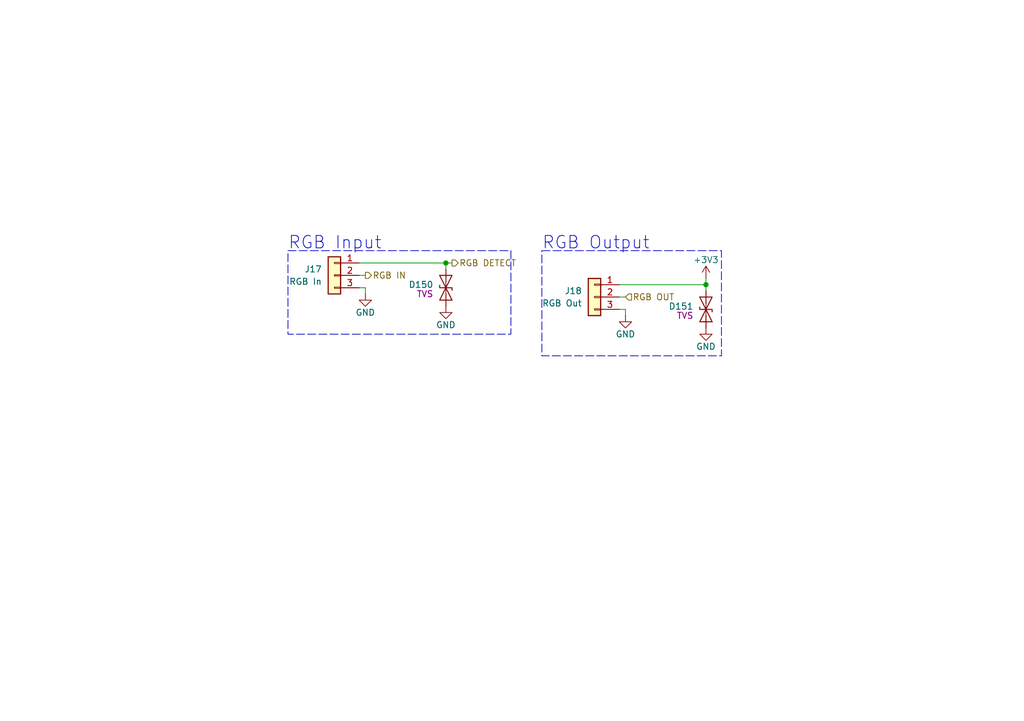
<source format=kicad_sch>
(kicad_sch (version 20250114) (generator "eeschema") (generator_version "9.0")
  (paper "A5")
  (lib_symbols
    (symbol "Connector_Generic:Conn_01x03" (pin_names (offset 1.016) (hide yes))
      (property "Reference" "J" (at 0 5.08 0))
      (property "Value" "Conn_01x03" (at 0 -5.08 0))
      (symbol "Conn_01x03_1_1"
        (rectangle (start -1.27 3.81) (end 1.27 -3.81) (stroke (width 0.254)) (fill (type background)))
        (rectangle (start -1.27 2.667) (end 0 2.413) (stroke (width 0.1524)))
        (rectangle (start -1.27 0.127) (end 0 -0.127) (stroke (width 0.1524)))
        (rectangle (start -1.27 -2.413) (end 0 -2.667) (stroke (width 0.1524)))
        (pin passive line (at -5.08 2.54 0) (length 3.81) (name "Pin_1") (number "1"))
        (pin passive line (at -5.08 0 0) (length 3.81) (name "Pin_2") (number "2"))
        (pin passive line (at -5.08 -2.54 0) (length 3.81) (name "Pin_3") (number "3"))
      )
    )
    (symbol "Diode:SMAJ5.0CA" (pin_numbers (hide yes)) (pin_names (offset 1.016) (hide yes))
      (property "Reference" "D" (at 0 2.54 0))
      (property "Value" "SMAJ5.0CA" (at 0 -2.54 0))
      (symbol "SMAJ5.0CA_0_1"
        (polyline (pts (xy -2.54 -1.27) (xy 0 0) (xy -2.54 1.27) (xy -2.54 -1.27)) (stroke (width 0.2032)))
        (polyline (pts (xy 0.508 1.27) (xy 0 1.27) (xy 0 -1.27) (xy -0.508 -1.27)) (stroke (width 0.2032)))
        (polyline (pts (xy 1.27 0) (xy -1.27 0)))
        (polyline (pts (xy 2.54 1.27) (xy 2.54 -1.27) (xy 0 0) (xy 2.54 1.27)) (stroke (width 0.2032)))
      )
      (symbol "SMAJ5.0CA_1_1"
        (pin passive line (at -3.81 0 0) (length 2.54) (name "A1") (number "1"))
        (pin passive line (at 3.81 0 180) (length 2.54) (name "A2") (number "2"))
      )
    )
    (symbol "power:+3V3" (power) (pin_numbers (hide yes)) (pin_names (offset 0) (hide yes))
      (property "Value" "+3V3" (at 0 3.556 0))
      (symbol "+3V3_0_1"
        (polyline (pts (xy -0.762 1.27) (xy 0 2.54)))
        (polyline (pts (xy 0 2.54) (xy 0.762 1.27)))
        (polyline (pts (xy 0 0) (xy 0 2.54)))
      )
      (symbol "+3V3_1_1"
        (pin power_in line (at 0 0 90) (length 0) (name "~") (number "1"))
      )
    )
    (symbol "power:GND" (power) (pin_numbers (hide yes)) (pin_names (offset 0) (hide yes))
      (property "Value" "GND" (at 0 -3.81 0))
      (symbol "GND_0_1"
        (polyline (pts (xy 0 0) (xy 0 -1.27) (xy 1.27 -1.27) (xy 0 -2.54) (xy -1.27 -1.27) (xy 0 -1.27)))
      )
      (symbol "GND_1_1"
        (pin power_in line (at 0 0 270) (length 0) (name "~") (number "1"))
      )
    )
  )
  (rectangle (start 59.055 51.435) (end 104.775 68.58) (stroke (width 0) (type dash)))
  (rectangle (start 111.125 51.435) (end 147.955 73.025) (stroke (width 0) (type dash)))
  (text "RGB Output" (at 111.125 51.435 0) (effects (font (size 2.54 2.54)) (justify left bottom)))
  (text "RGB Input" (at 59.055 51.435 0) (effects (font (size 2.54 2.54)) (justify left bottom)))
  (junction (at 91.44 53.975))
  (junction (at 144.78 58.42))
  (wire (pts (xy 74.93 59.055) (xy 74.93 60.325)))
  (wire (pts (xy 144.78 58.42) (xy 127 58.42)))
  (wire (pts (xy 144.78 57.15) (xy 144.78 58.42)))
  (wire (pts (xy 91.44 53.975) (xy 73.66 53.975)))
  (wire (pts (xy 92.71 53.975) (xy 91.44 53.975)))
  (wire (pts (xy 128.27 60.96) (xy 127 60.96)))
  (wire (pts (xy 128.27 63.5) (xy 128.27 64.77)))
  (wire (pts (xy 73.66 59.055) (xy 74.93 59.055)))
  (wire (pts (xy 127 63.5) (xy 128.27 63.5)))
  (wire (pts (xy 91.44 53.975) (xy 91.44 55.245)))
  (wire (pts (xy 144.78 58.42) (xy 144.78 59.69)))
  (wire (pts (xy 74.93 56.515) (xy 73.66 56.515)))
  (hierarchical_label "RGB IN" (shape output) (at 74.93 56.515 0))
  (hierarchical_label "RGB OUT" (shape input) (at 128.27 60.96 0))
  (hierarchical_label "RGB DETECT" (shape output) (at 92.71 53.975 0))
  (symbol (lib_id "Diode:SMAJ5.0CA") (at 91.44 59.055 90) (unit 1)
    (property "Reference" "D146" (at 88.9 58.42 90) (effects (justify left)))
    (property "Value" "LESD5D5.0CT1G" (effects (hide yes)))
    (property "Footprint" "Diode_SMD:D_SOD-523" (effects (hide yes)))
    (property "Description" "TVS" (at 88.9 60.325 90) (effects (justify left)))
    (instances (project "Schematics and PCB" (path "" (reference "D150") (unit 1)) (path "" (reference "D148") (unit 1)) (path "" (reference "D146") (unit 1))))
  )
  (symbol (lib_id "power:GND") (at 74.93 60.325 0) (unit 1)
    (property "Reference" "#PWR0718" (effects (hide yes)))
    (property "Value" "GND" (at 74.93 64.135 0))
    (property "Description" "Power symbol creates a global label with name \"GND\" , ground" (effects (hide yes)))
    (instances (project "Schematics and PCB" (path "" (reference "#PWR0728") (unit 1)) (path "" (reference "#PWR0723") (unit 1)) (path "" (reference "#PWR0718") (unit 1))))
  )
  (symbol (lib_id "power:GND") (at 144.78 67.31 0) (unit 1)
    (property "Reference" "#PWR0721" (effects (hide yes)))
    (property "Value" "GND" (at 144.78 71.12 0))
    (property "Description" "Power symbol creates a global label with name \"GND\" , ground" (effects (hide yes)))
    (instances (project "Schematics and PCB" (path "" (reference "#PWR0731") (unit 1)) (path "" (reference "#PWR0726") (unit 1)) (path "" (reference "#PWR0721") (unit 1))))
  )
  (symbol (lib_id "power:GND") (at 128.27 64.77 0) (unit 1)
    (property "Reference" "#PWR0720" (effects (hide yes)))
    (property "Value" "GND" (at 128.27 68.58 0))
    (property "Description" "Power symbol creates a global label with name \"GND\" , ground" (effects (hide yes)))
    (instances (project "Schematics and PCB" (path "" (reference "#PWR0730") (unit 1)) (path "" (reference "#PWR0725") (unit 1)) (path "" (reference "#PWR0720") (unit 1))))
  )
  (symbol (lib_id "Diode:SMAJ5.0CA") (at 144.78 63.5 90) (unit 1)
    (property "Reference" "D147" (at 142.24 62.865 90) (effects (justify left)))
    (property "Value" "LESD5D5.0CT1G" (effects (hide yes)))
    (property "Footprint" "Diode_SMD:D_SOD-523" (effects (hide yes)))
    (property "Description" "TVS" (at 142.24 64.77 90) (effects (justify left)))
    (instances (project "Schematics and PCB" (path "" (reference "D151") (unit 1)) (path "" (reference "D149") (unit 1)) (path "" (reference "D147") (unit 1))))
  )
  (symbol (lib_id "power:GND") (at 91.44 62.865 0) (unit 1)
    (property "Reference" "#PWR0719" (effects (hide yes)))
    (property "Value" "GND" (at 91.44 66.675 0))
    (property "Description" "Power symbol creates a global label with name \"GND\" , ground" (effects (hide yes)))
    (instances (project "Schematics and PCB" (path "" (reference "#PWR0729") (unit 1)) (path "" (reference "#PWR0724") (unit 1)) (path "" (reference "#PWR0719") (unit 1))))
  )
  (symbol (lib_id "power:+3V3") (at 144.78 57.15 0) (unit 1)
    (property "Reference" "#PWR0717" (effects (hide yes)))
    (property "Value" "+3V3" (at 144.78 53.34 0))
    (property "Description" "Power symbol creates a global label with name \"+3V3\"" (effects (hide yes)))
    (instances (project "Schematics and PCB" (path "" (reference "#PWR0727") (unit 1)) (path "" (reference "#PWR0722") (unit 1)) (path "" (reference "#PWR0717") (unit 1))))
  )
  (symbol (lib_id "Connector_Generic:Conn_01x03") (at 68.58 56.515 0) (mirror y) (unit 1)
    (property "Reference" "J13" (at 66.04 55.245 0) (effects (justify left)))
    (property "Value" "RGB In" (at 66.04 57.785 0) (effects (justify left)))
    (property "Footprint" "Connector_PinHeader_2.54mm:PinHeader_1x03_P2.54mm_Vertical" (effects (hide yes)))
    (property "Description" "Generic connector, single row, 01x03, script generated (kicad-library-utils/schlib/autogen/connector/)" (effects (hide yes)))
    (instances (project "Schematics and PCB" (path "" (reference "J17") (unit 1)) (path "" (reference "J15") (unit 1)) (path "" (reference "J13") (unit 1))))
  )
  (symbol (lib_id "Connector_Generic:Conn_01x03") (at 121.92 60.96 0) (mirror y) (unit 1)
    (property "Reference" "J14" (at 119.38 59.69 0) (effects (justify left)))
    (property "Value" "RGB Out" (at 119.38 62.23 0) (effects (justify left)))
    (property "Footprint" "Connector_PinHeader_2.54mm:PinHeader_1x03_P2.54mm_Vertical" (effects (hide yes)))
    (property "Description" "Generic connector, single row, 01x03, script generated (kicad-library-utils/schlib/autogen/connector/)" (effects (hide yes)))
    (instances (project "Schematics and PCB" (path "" (reference "J18") (unit 1)) (path "" (reference "J16") (unit 1)) (path "" (reference "J14") (unit 1))))
  )
)
</source>
